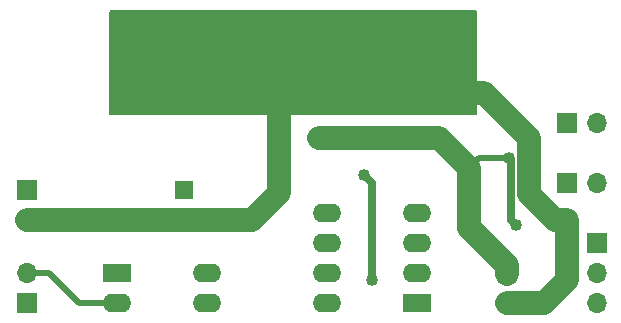
<source format=gbl>
G04 #@! TF.GenerationSoftware,KiCad,Pcbnew,(6.0.7-1)-1*
G04 #@! TF.CreationDate,2022-09-25T23:08:59-07:00*
G04 #@! TF.ProjectId,RCSMCtrl,5243534d-4374-4726-9c2e-6b696361645f,n/c*
G04 #@! TF.SameCoordinates,Original*
G04 #@! TF.FileFunction,Copper,L2,Bot*
G04 #@! TF.FilePolarity,Positive*
%FSLAX46Y46*%
G04 Gerber Fmt 4.6, Leading zero omitted, Abs format (unit mm)*
G04 Created by KiCad (PCBNEW (6.0.7-1)-1) date 2022-09-25 23:08:59*
%MOMM*%
%LPD*%
G01*
G04 APERTURE LIST*
G04 #@! TA.AperFunction,ComponentPad*
%ADD10R,1.700000X1.700000*%
G04 #@! TD*
G04 #@! TA.AperFunction,ComponentPad*
%ADD11O,1.700000X1.700000*%
G04 #@! TD*
G04 #@! TA.AperFunction,ComponentPad*
%ADD12R,1.600000X1.600000*%
G04 #@! TD*
G04 #@! TA.AperFunction,ComponentPad*
%ADD13C,1.600000*%
G04 #@! TD*
G04 #@! TA.AperFunction,ComponentPad*
%ADD14R,2.400000X1.600000*%
G04 #@! TD*
G04 #@! TA.AperFunction,ComponentPad*
%ADD15O,2.400000X1.600000*%
G04 #@! TD*
G04 #@! TA.AperFunction,ViaPad*
%ADD16C,1.016000*%
G04 #@! TD*
G04 #@! TA.AperFunction,Conductor*
%ADD17C,2.032000*%
G04 #@! TD*
G04 #@! TA.AperFunction,Conductor*
%ADD18C,0.508000*%
G04 #@! TD*
G04 #@! TA.AperFunction,Conductor*
%ADD19C,0.635000*%
G04 #@! TD*
G04 APERTURE END LIST*
D10*
X94615000Y-84450000D03*
D11*
X94615000Y-86990000D03*
D12*
X135255000Y-91527621D03*
D13*
X135255000Y-94027621D03*
D10*
X142875000Y-88915000D03*
D11*
X142875000Y-91455000D03*
X142875000Y-93995000D03*
D10*
X140330000Y-78740000D03*
D11*
X142870000Y-78740000D03*
D10*
X140330000Y-83820000D03*
D11*
X142870000Y-83820000D03*
D14*
X102220000Y-91435000D03*
D15*
X102220000Y-93975000D03*
X109840000Y-93975000D03*
X109840000Y-91435000D03*
D10*
X94615000Y-93980000D03*
D11*
X94615000Y-91440000D03*
D14*
X127650000Y-93970000D03*
D15*
X127650000Y-91430000D03*
X127650000Y-88890000D03*
X127650000Y-86350000D03*
X120030000Y-86350000D03*
X120030000Y-88890000D03*
X120030000Y-91430000D03*
X120030000Y-93970000D03*
D12*
X107950000Y-84455000D03*
D13*
X107950000Y-86955000D03*
D16*
X114300000Y-72390000D03*
X115570000Y-71120000D03*
X118110000Y-73660000D03*
X115570000Y-72390000D03*
X118110000Y-71120000D03*
X115950000Y-73890000D03*
X118110000Y-76200000D03*
X118110000Y-74930000D03*
X114300000Y-73660000D03*
X116840000Y-72390000D03*
X116840000Y-71120000D03*
X115950000Y-75820000D03*
X114300000Y-74930000D03*
X114300000Y-71120000D03*
X118110000Y-72390000D03*
X114300000Y-76200000D03*
X123825000Y-92075000D03*
X123190000Y-83185000D03*
X119380000Y-80010000D03*
X136016012Y-87385000D03*
X135436500Y-81763787D03*
D17*
X107950000Y-86955000D02*
X113705000Y-86955000D01*
X138382379Y-94027621D02*
X140335000Y-92075000D01*
X113705000Y-86955000D02*
X115950000Y-84710000D01*
X94615000Y-86990000D02*
X107915000Y-86990000D01*
X115950000Y-84710000D02*
X115950000Y-73890000D01*
X133350000Y-76200000D02*
X118110000Y-76200000D01*
X137160000Y-84782000D02*
X137160000Y-80010000D01*
X139373000Y-86995000D02*
X137160000Y-84782000D01*
X107915000Y-86990000D02*
X107950000Y-86955000D01*
X135255000Y-94027621D02*
X138382379Y-94027621D01*
X140335000Y-86995000D02*
X139373000Y-86995000D01*
X140335000Y-92075000D02*
X140335000Y-86995000D01*
X137160000Y-80010000D02*
X133350000Y-76200000D01*
D18*
X135436500Y-81763787D02*
X132866213Y-81763787D01*
D17*
X128905000Y-80010000D02*
X119380000Y-80010000D01*
X135255000Y-91527621D02*
X135255000Y-90805000D01*
D18*
X132866213Y-81763787D02*
X132080000Y-82550000D01*
D17*
X135255000Y-90805000D02*
X132080000Y-87630000D01*
X129540000Y-80010000D02*
X128905000Y-80010000D01*
D19*
X135626999Y-81954286D02*
X135436500Y-81763787D01*
X136016012Y-87385000D02*
X135626999Y-86995987D01*
D17*
X132080000Y-87630000D02*
X132080000Y-82550000D01*
D19*
X123825000Y-83820000D02*
X123190000Y-83185000D01*
X123825000Y-92075000D02*
X123825000Y-83820000D01*
D17*
X132080000Y-82550000D02*
X129540000Y-80010000D01*
D19*
X135626999Y-86995987D02*
X135626999Y-81954286D01*
D18*
X96520000Y-91440000D02*
X94615000Y-91440000D01*
X99055000Y-93975000D02*
X96520000Y-91440000D01*
X102220000Y-93975000D02*
X99055000Y-93975000D01*
G04 #@! TA.AperFunction,Conductor*
G36*
X132657121Y-69235002D02*
G01*
X132703614Y-69288658D01*
X132715000Y-69341000D01*
X132715000Y-77979000D01*
X132694998Y-78047121D01*
X132641342Y-78093614D01*
X132589000Y-78105000D01*
X101726000Y-78105000D01*
X101657879Y-78084998D01*
X101611386Y-78031342D01*
X101600000Y-77979000D01*
X101600000Y-69341000D01*
X101620002Y-69272879D01*
X101673658Y-69226386D01*
X101726000Y-69215000D01*
X132589000Y-69215000D01*
X132657121Y-69235002D01*
G37*
G04 #@! TD.AperFunction*
M02*

</source>
